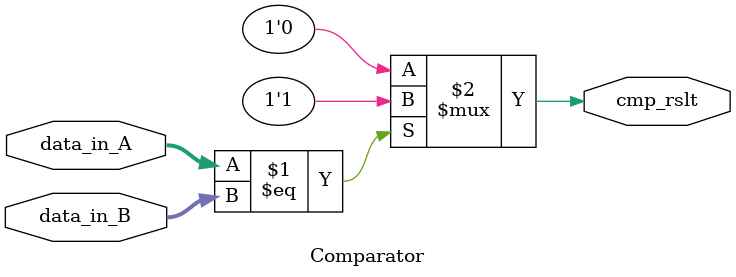
<source format=v>
module Comparator(data_in_A, data_in_B, cmp_rslt);
    parameter DATA_WIDTH = 14;
	 
	 input [DATA_WIDTH - 1:0] data_in_A, data_in_B;
    output cmp_rslt; // compare result

    assign cmp_rslt = (data_in_A == data_in_B) ? 1'b1 : 1'b0;
endmodule
</source>
